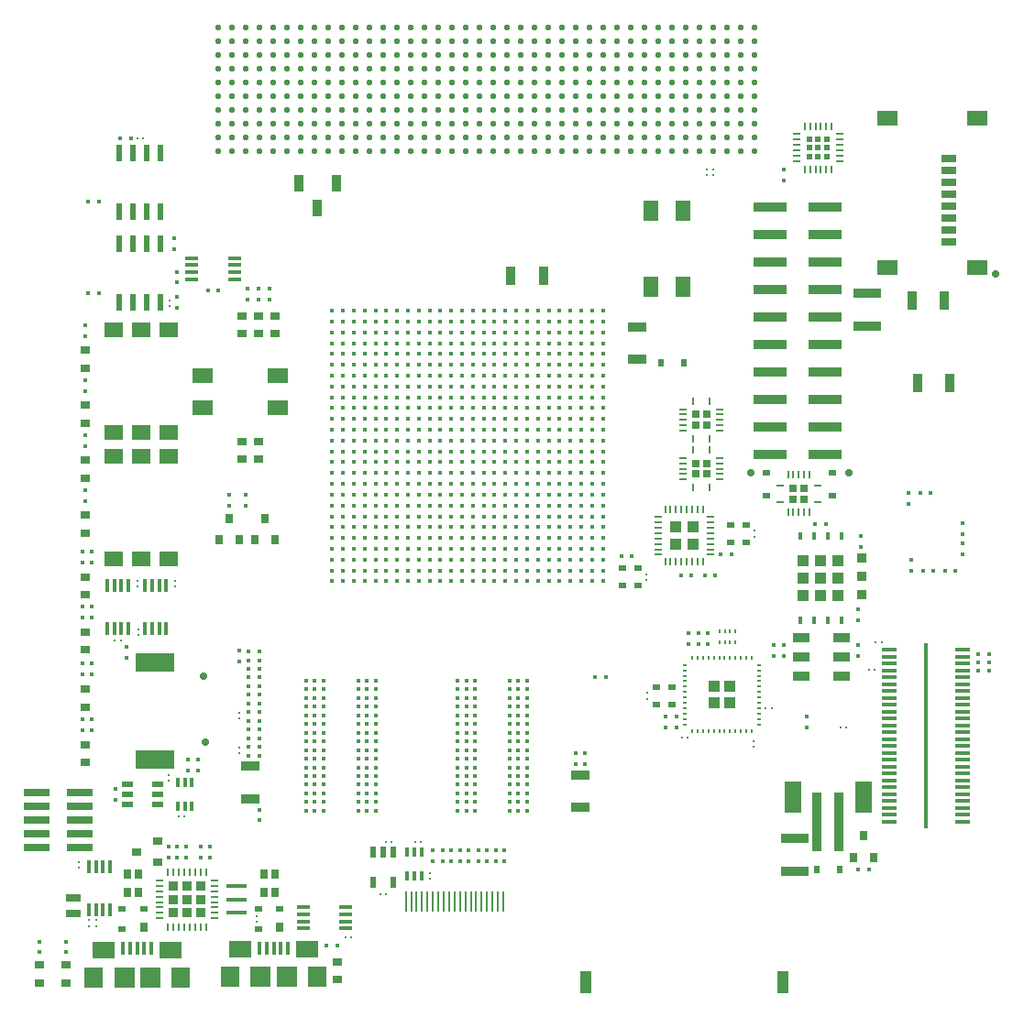
<source format=gbr>
G04 #@! TF.FileFunction,Paste,Top*
%FSLAX46Y46*%
G04 Gerber Fmt 4.6, Leading zero omitted, Abs format (unit mm)*
G04 Created by KiCad (PCBNEW 4.0.6) date Tue Jun 13 11:44:39 2017*
%MOMM*%
%LPD*%
G01*
G04 APERTURE LIST*
%ADD10C,0.101600*%
%ADD11C,0.399200*%
%ADD12R,0.199200X0.649200*%
%ADD13R,0.649200X0.199200*%
%ADD14R,1.069200X1.069200*%
%ADD15R,1.029200X2.009200*%
%ADD16R,1.749200X0.949200*%
%ADD17R,0.249200X0.229200*%
%ADD18R,0.449200X0.449200*%
%ADD19R,0.949200X1.749200*%
%ADD20R,0.229200X0.249200*%
%ADD21R,0.533400X0.635000*%
%ADD22R,0.635000X0.533400*%
%ADD23R,0.949200X0.749200*%
%ADD24R,1.346200X0.355600*%
%ADD25R,0.457200X17.221200*%
%ADD26R,0.249200X1.849200*%
%ADD27R,0.349200X1.299200*%
%ADD28R,2.049200X1.549200*%
%ADD29R,1.749200X1.849200*%
%ADD30R,1.849200X1.849200*%
%ADD31R,0.949200X5.449200*%
%ADD32R,1.549200X2.949200*%
%ADD33R,1.949200X1.399200*%
%ADD34R,1.449200X0.749200*%
%ADD35R,0.949960X0.848360*%
%ADD36R,3.549200X1.749200*%
%ADD37R,0.749200X0.949200*%
%ADD38R,0.199200X0.449200*%
%ADD39R,1.949200X1.349200*%
%ADD40R,1.349200X1.949200*%
%ADD41R,2.549200X0.949200*%
%ADD42C,0.711200*%
%ADD43R,0.736600X0.838200*%
%ADD44R,1.049200X0.549200*%
%ADD45R,0.399200X0.899200*%
%ADD46R,0.399200X1.299200*%
%ADD47R,0.549200X1.049200*%
%ADD48R,0.799200X0.219200*%
%ADD49R,0.219200X0.799200*%
%ADD50R,0.824200X0.824200*%
%ADD51R,1.299200X0.399200*%
%ADD52R,0.699200X0.909200*%
%ADD53R,0.699200X0.489200*%
%ADD54R,0.799200X0.229200*%
%ADD55R,0.229200X0.799200*%
%ADD56R,0.649200X0.649200*%
%ADD57R,1.729200X1.469200*%
%ADD58R,0.799200X0.599200*%
%ADD59R,0.549200X1.499200*%
%ADD60R,0.449200X0.749200*%
%ADD61R,1.549200X0.949200*%
%ADD62R,0.449200X0.199200*%
%ADD63R,1.000000X1.000000*%
%ADD64R,0.509200X0.509200*%
%ADD65R,1.949200X0.349200*%
%ADD66R,1.349200X0.699200*%
%ADD67C,0.584200*%
%ADD68R,0.949200X1.549200*%
%ADD69R,2.349200X0.699200*%
%ADD70R,2.349200X0.689200*%
%ADD71R,3.099200X0.949200*%
G04 APERTURE END LIST*
D10*
D11*
X63700000Y-82100000D03*
X63700000Y-81100000D03*
X63700000Y-80100000D03*
X63700000Y-79100000D03*
X63700000Y-78100000D03*
X63700000Y-77100000D03*
X63700000Y-76100000D03*
X63700000Y-75100000D03*
X63700000Y-74100000D03*
X63700000Y-73100000D03*
X63700000Y-72100000D03*
X63700000Y-71100000D03*
X63700000Y-70100000D03*
X63700000Y-69100000D03*
X63700000Y-68100000D03*
X63700000Y-67100000D03*
X63700000Y-66100000D03*
X63700000Y-65100000D03*
X63700000Y-64100000D03*
X63700000Y-63100000D03*
X63700000Y-62100000D03*
X63700000Y-61100000D03*
X63700000Y-60100000D03*
X63700000Y-59100000D03*
X63700000Y-58100000D03*
X63700000Y-57100000D03*
X64700000Y-82100000D03*
X64700000Y-81100000D03*
X64700000Y-80100000D03*
X64700000Y-79100000D03*
X64700000Y-78100000D03*
X64700000Y-77100000D03*
X64700000Y-76100000D03*
X64700000Y-75100000D03*
X64700000Y-74100000D03*
X64700000Y-73100000D03*
X64700000Y-72100000D03*
X64700000Y-71100000D03*
X64700000Y-70100000D03*
X64700000Y-69100000D03*
X64700000Y-68100000D03*
X64700000Y-67100000D03*
X64700000Y-66100000D03*
X64700000Y-65100000D03*
X64700000Y-64100000D03*
X64700000Y-63100000D03*
X64700000Y-62100000D03*
X64700000Y-61100000D03*
X64700000Y-60100000D03*
X64700000Y-59100000D03*
X64700000Y-58100000D03*
X64700000Y-57100000D03*
X65700000Y-82100000D03*
X65700000Y-81100000D03*
X65700000Y-80100000D03*
X65700000Y-79100000D03*
X65700000Y-78100000D03*
X65700000Y-77100000D03*
X65700000Y-76100000D03*
X65700000Y-75100000D03*
X65700000Y-74100000D03*
X65700000Y-73100000D03*
X65700000Y-72100000D03*
X65700000Y-71100000D03*
X65700000Y-70100000D03*
X65700000Y-69100000D03*
X65700000Y-68100000D03*
X65700000Y-67100000D03*
X65700000Y-66100000D03*
X65700000Y-65100000D03*
X65700000Y-64100000D03*
X65700000Y-63100000D03*
X65700000Y-62100000D03*
X65700000Y-61100000D03*
X65700000Y-60100000D03*
X65700000Y-59100000D03*
X65700000Y-58100000D03*
X65700000Y-57100000D03*
X66700000Y-82100000D03*
X66700000Y-81100000D03*
X66700000Y-80100000D03*
X66700000Y-79100000D03*
X66700000Y-78100000D03*
X66700000Y-77100000D03*
X66700000Y-76100000D03*
X66700000Y-75100000D03*
X66700000Y-74100000D03*
X66700000Y-73100000D03*
X66700000Y-72100000D03*
X66700000Y-71100000D03*
X66700000Y-70100000D03*
X66700000Y-69100000D03*
X66700000Y-68100000D03*
X66700000Y-67100000D03*
X66700000Y-66100000D03*
X66700000Y-65100000D03*
X66700000Y-64100000D03*
X66700000Y-63100000D03*
X66700000Y-62100000D03*
X66700000Y-61100000D03*
X66700000Y-60100000D03*
X66700000Y-59100000D03*
X66700000Y-58100000D03*
X66700000Y-57100000D03*
X67700000Y-82100000D03*
X67700000Y-81100000D03*
X67700000Y-80100000D03*
X67700000Y-79100000D03*
X67700000Y-78100000D03*
X67700000Y-77100000D03*
X67700000Y-76100000D03*
X67700000Y-75100000D03*
X67700000Y-74100000D03*
X67700000Y-73100000D03*
X67700000Y-72100000D03*
X67700000Y-71100000D03*
X67700000Y-70100000D03*
X67700000Y-69100000D03*
X67700000Y-68100000D03*
X67700000Y-67100000D03*
X67700000Y-66100000D03*
X67700000Y-65100000D03*
X67700000Y-64100000D03*
X67700000Y-63100000D03*
X67700000Y-62100000D03*
X67700000Y-61100000D03*
X67700000Y-60100000D03*
X67700000Y-59100000D03*
X67700000Y-58100000D03*
X67700000Y-57100000D03*
X68700000Y-82100000D03*
X68700000Y-81100000D03*
X68700000Y-80100000D03*
X68700000Y-79100000D03*
X68700000Y-78100000D03*
X68700000Y-77100000D03*
X68700000Y-76100000D03*
X68700000Y-75100000D03*
X68700000Y-74100000D03*
X68700000Y-73100000D03*
X68700000Y-72100000D03*
X68700000Y-71100000D03*
X68700000Y-70100000D03*
X68700000Y-69100000D03*
X68700000Y-68100000D03*
X68700000Y-67100000D03*
X68700000Y-66100000D03*
X68700000Y-65100000D03*
X68700000Y-64100000D03*
X68700000Y-63100000D03*
X68700000Y-62100000D03*
X68700000Y-61100000D03*
X68700000Y-60100000D03*
X68700000Y-59100000D03*
X68700000Y-58100000D03*
X68700000Y-57100000D03*
X69700000Y-82100000D03*
X69700000Y-81100000D03*
X69700000Y-80100000D03*
X69700000Y-79100000D03*
X69700000Y-78100000D03*
X69700000Y-77100000D03*
X69700000Y-76100000D03*
X69700000Y-75100000D03*
X69700000Y-74100000D03*
X69700000Y-73100000D03*
X69700000Y-72100000D03*
X69700000Y-71100000D03*
X69700000Y-70100000D03*
X69700000Y-69100000D03*
X69700000Y-68100000D03*
X69700000Y-67100000D03*
X69700000Y-66100000D03*
X69700000Y-65100000D03*
X69700000Y-64100000D03*
X69700000Y-63100000D03*
X69700000Y-62100000D03*
X69700000Y-61100000D03*
X69700000Y-60100000D03*
X69700000Y-59100000D03*
X69700000Y-58100000D03*
X69700000Y-57100000D03*
X70700000Y-82100000D03*
X70700000Y-81100000D03*
X70700000Y-80100000D03*
X70700000Y-79100000D03*
X70700000Y-78100000D03*
X70700000Y-77100000D03*
X70700000Y-76100000D03*
X70700000Y-75100000D03*
X70700000Y-74100000D03*
X70700000Y-73100000D03*
X70700000Y-72100000D03*
X70700000Y-71100000D03*
X70700000Y-70100000D03*
X70700000Y-69100000D03*
X70700000Y-68100000D03*
X70700000Y-67100000D03*
X70700000Y-66100000D03*
X70700000Y-65100000D03*
X70700000Y-64100000D03*
X70700000Y-63100000D03*
X70700000Y-62100000D03*
X70700000Y-61100000D03*
X70700000Y-60100000D03*
X70700000Y-59100000D03*
X70700000Y-58100000D03*
X70700000Y-57100000D03*
X71700000Y-82100000D03*
X71700000Y-81100000D03*
X71700000Y-80100000D03*
X71700000Y-79100000D03*
X71700000Y-78100000D03*
X71700000Y-77100000D03*
X71700000Y-76100000D03*
X71700000Y-75100000D03*
X71700000Y-74100000D03*
X71700000Y-73100000D03*
X71700000Y-72100000D03*
X71700000Y-71100000D03*
X71700000Y-70100000D03*
X71700000Y-69100000D03*
X71700000Y-68100000D03*
X71700000Y-67100000D03*
X71700000Y-66100000D03*
X71700000Y-65100000D03*
X71700000Y-64100000D03*
X71700000Y-63100000D03*
X71700000Y-62100000D03*
X71700000Y-61100000D03*
X71700000Y-60100000D03*
X71700000Y-59100000D03*
X71700000Y-58100000D03*
X71700000Y-57100000D03*
X72700000Y-82100000D03*
X72700000Y-81100000D03*
X72700000Y-80100000D03*
X72700000Y-79100000D03*
X72700000Y-78100000D03*
X72700000Y-77100000D03*
X72700000Y-76100000D03*
X72700000Y-75100000D03*
X72700000Y-74100000D03*
X72700000Y-73100000D03*
X72700000Y-72100000D03*
X72700000Y-71100000D03*
X72700000Y-70100000D03*
X72700000Y-69100000D03*
X72700000Y-68100000D03*
X72700000Y-67100000D03*
X72700000Y-66100000D03*
X72700000Y-65100000D03*
X72700000Y-64100000D03*
X72700000Y-63100000D03*
X72700000Y-62100000D03*
X72700000Y-61100000D03*
X72700000Y-60100000D03*
X72700000Y-59100000D03*
X72700000Y-58100000D03*
X72700000Y-57100000D03*
X73700000Y-82100000D03*
X73700000Y-81100000D03*
X73700000Y-80100000D03*
X73700000Y-79100000D03*
X73700000Y-78100000D03*
X73700000Y-77100000D03*
X73700000Y-76100000D03*
X73700000Y-75100000D03*
X73700000Y-74100000D03*
X73700000Y-73100000D03*
X73700000Y-72100000D03*
X73700000Y-71100000D03*
X73700000Y-70100000D03*
X73700000Y-69100000D03*
X73700000Y-68100000D03*
X73700000Y-67100000D03*
X73700000Y-66100000D03*
X73700000Y-65100000D03*
X73700000Y-64100000D03*
X73700000Y-63100000D03*
X73700000Y-62100000D03*
X73700000Y-61100000D03*
X73700000Y-60100000D03*
X73700000Y-59100000D03*
X73700000Y-58100000D03*
X73700000Y-57100000D03*
X74700000Y-82100000D03*
X74700000Y-81100000D03*
X74700000Y-80100000D03*
X74700000Y-79100000D03*
X74700000Y-78100000D03*
X74700000Y-77100000D03*
X74700000Y-76100000D03*
X74700000Y-75100000D03*
X74700000Y-74100000D03*
X74700000Y-73100000D03*
X74700000Y-72100000D03*
X74700000Y-71100000D03*
X74700000Y-70100000D03*
X74700000Y-69100000D03*
X74700000Y-68100000D03*
X74700000Y-67100000D03*
X74700000Y-66100000D03*
X74700000Y-65100000D03*
X74700000Y-64100000D03*
X74700000Y-63100000D03*
X74700000Y-62100000D03*
X74700000Y-61100000D03*
X74700000Y-60100000D03*
X74700000Y-59100000D03*
X74700000Y-58100000D03*
X74700000Y-57100000D03*
X75700000Y-82100000D03*
X75700000Y-81100000D03*
X75700000Y-80100000D03*
X75700000Y-79100000D03*
X75700000Y-78100000D03*
X75700000Y-77100000D03*
X75700000Y-76100000D03*
X75700000Y-75100000D03*
X75700000Y-74100000D03*
X75700000Y-73100000D03*
X75700000Y-72100000D03*
X75700000Y-71100000D03*
X75700000Y-70100000D03*
X75700000Y-69100000D03*
X75700000Y-68100000D03*
X75700000Y-67100000D03*
X75700000Y-66100000D03*
X75700000Y-65100000D03*
X75700000Y-64100000D03*
X75700000Y-63100000D03*
X75700000Y-62100000D03*
X75700000Y-61100000D03*
X75700000Y-60100000D03*
X75700000Y-59100000D03*
X75700000Y-58100000D03*
X75700000Y-57100000D03*
X76700000Y-82100000D03*
X76700000Y-81100000D03*
X76700000Y-80100000D03*
X76700000Y-79100000D03*
X76700000Y-78100000D03*
X76700000Y-77100000D03*
X76700000Y-76100000D03*
X76700000Y-75100000D03*
X76700000Y-74100000D03*
X76700000Y-73100000D03*
X76700000Y-72100000D03*
X76700000Y-71100000D03*
X76700000Y-70100000D03*
X76700000Y-69100000D03*
X76700000Y-68100000D03*
X76700000Y-67100000D03*
X76700000Y-66100000D03*
X76700000Y-65100000D03*
X76700000Y-64100000D03*
X76700000Y-63100000D03*
X76700000Y-62100000D03*
X76700000Y-61100000D03*
X76700000Y-60100000D03*
X76700000Y-59100000D03*
X76700000Y-58100000D03*
X76700000Y-57100000D03*
X77700000Y-82100000D03*
X77700000Y-81100000D03*
X77700000Y-80100000D03*
X77700000Y-79100000D03*
X77700000Y-78100000D03*
X77700000Y-77100000D03*
X77700000Y-76100000D03*
X77700000Y-75100000D03*
X77700000Y-74100000D03*
X77700000Y-73100000D03*
X77700000Y-72100000D03*
X77700000Y-71100000D03*
X77700000Y-70100000D03*
X77700000Y-69100000D03*
X77700000Y-68100000D03*
X77700000Y-67100000D03*
X77700000Y-66100000D03*
X77700000Y-65100000D03*
X77700000Y-64100000D03*
X77700000Y-63100000D03*
X77700000Y-62100000D03*
X77700000Y-61100000D03*
X77700000Y-60100000D03*
X77700000Y-59100000D03*
X77700000Y-58100000D03*
X77700000Y-57100000D03*
X78700000Y-82100000D03*
X78700000Y-81100000D03*
X78700000Y-80100000D03*
X78700000Y-79100000D03*
X78700000Y-78100000D03*
X78700000Y-77100000D03*
X78700000Y-76100000D03*
X78700000Y-75100000D03*
X78700000Y-74100000D03*
X78700000Y-73100000D03*
X78700000Y-72100000D03*
X78700000Y-71100000D03*
X78700000Y-70100000D03*
X78700000Y-69100000D03*
X78700000Y-68100000D03*
X78700000Y-67100000D03*
X78700000Y-66100000D03*
X78700000Y-65100000D03*
X78700000Y-64100000D03*
X78700000Y-63100000D03*
X78700000Y-62100000D03*
X78700000Y-61100000D03*
X78700000Y-60100000D03*
X78700000Y-59100000D03*
X78700000Y-58100000D03*
X78700000Y-57100000D03*
X79700000Y-82100000D03*
X79700000Y-81100000D03*
X79700000Y-80100000D03*
X79700000Y-79100000D03*
X79700000Y-78100000D03*
X79700000Y-77100000D03*
X79700000Y-76100000D03*
X79700000Y-75100000D03*
X79700000Y-74100000D03*
X79700000Y-73100000D03*
X79700000Y-72100000D03*
X79700000Y-71100000D03*
X79700000Y-70100000D03*
X79700000Y-69100000D03*
X79700000Y-68100000D03*
X79700000Y-67100000D03*
X79700000Y-66100000D03*
X79700000Y-65100000D03*
X79700000Y-64100000D03*
X79700000Y-63100000D03*
X79700000Y-62100000D03*
X79700000Y-61100000D03*
X79700000Y-60100000D03*
X79700000Y-59100000D03*
X79700000Y-58100000D03*
X79700000Y-57100000D03*
X80700000Y-82100000D03*
X80700000Y-81100000D03*
X80700000Y-80100000D03*
X80700000Y-79100000D03*
X80700000Y-78100000D03*
X80700000Y-77100000D03*
X80700000Y-76100000D03*
X80700000Y-75100000D03*
X80700000Y-74100000D03*
X80700000Y-73100000D03*
X80700000Y-72100000D03*
X80700000Y-71100000D03*
X80700000Y-70100000D03*
X80700000Y-69100000D03*
X80700000Y-68100000D03*
X80700000Y-67100000D03*
X80700000Y-66100000D03*
X80700000Y-65100000D03*
X80700000Y-64100000D03*
X80700000Y-63100000D03*
X80700000Y-62100000D03*
X80700000Y-61100000D03*
X80700000Y-60100000D03*
X80700000Y-59100000D03*
X80700000Y-58100000D03*
X80700000Y-57100000D03*
X81700000Y-82100000D03*
X81700000Y-81100000D03*
X81700000Y-80100000D03*
X81700000Y-79100000D03*
X81700000Y-78100000D03*
X81700000Y-77100000D03*
X81700000Y-76100000D03*
X81700000Y-75100000D03*
X81700000Y-74100000D03*
X81700000Y-73100000D03*
X81700000Y-72100000D03*
X81700000Y-71100000D03*
X81700000Y-70100000D03*
X81700000Y-69100000D03*
X81700000Y-68100000D03*
X81700000Y-67100000D03*
X81700000Y-66100000D03*
X81700000Y-65100000D03*
X81700000Y-64100000D03*
X81700000Y-63100000D03*
X81700000Y-62100000D03*
X81700000Y-61100000D03*
X81700000Y-60100000D03*
X81700000Y-59100000D03*
X81700000Y-58100000D03*
X81700000Y-57100000D03*
X82700000Y-82100000D03*
X82700000Y-81100000D03*
X82700000Y-80100000D03*
X82700000Y-79100000D03*
X82700000Y-78100000D03*
X82700000Y-77100000D03*
X82700000Y-76100000D03*
X82700000Y-75100000D03*
X82700000Y-74100000D03*
X82700000Y-73100000D03*
X82700000Y-72100000D03*
X82700000Y-71100000D03*
X82700000Y-70100000D03*
X82700000Y-69100000D03*
X82700000Y-68100000D03*
X82700000Y-67100000D03*
X82700000Y-66100000D03*
X82700000Y-65100000D03*
X82700000Y-64100000D03*
X82700000Y-63100000D03*
X82700000Y-62100000D03*
X82700000Y-61100000D03*
X82700000Y-60100000D03*
X82700000Y-59100000D03*
X82700000Y-58100000D03*
X82700000Y-57100000D03*
X83700000Y-82100000D03*
X83700000Y-81100000D03*
X83700000Y-80100000D03*
X83700000Y-79100000D03*
X83700000Y-78100000D03*
X83700000Y-77100000D03*
X83700000Y-76100000D03*
X83700000Y-75100000D03*
X83700000Y-74100000D03*
X83700000Y-73100000D03*
X83700000Y-72100000D03*
X83700000Y-71100000D03*
X83700000Y-70100000D03*
X83700000Y-69100000D03*
X83700000Y-68100000D03*
X83700000Y-67100000D03*
X83700000Y-66100000D03*
X83700000Y-65100000D03*
X83700000Y-64100000D03*
X83700000Y-63100000D03*
X83700000Y-62100000D03*
X83700000Y-61100000D03*
X83700000Y-60100000D03*
X83700000Y-59100000D03*
X83700000Y-58100000D03*
X83700000Y-57100000D03*
X84700000Y-82100000D03*
X84700000Y-81100000D03*
X84700000Y-80100000D03*
X84700000Y-79100000D03*
X84700000Y-78100000D03*
X84700000Y-77100000D03*
X84700000Y-76100000D03*
X84700000Y-75100000D03*
X84700000Y-74100000D03*
X84700000Y-73100000D03*
X84700000Y-72100000D03*
X84700000Y-71100000D03*
X84700000Y-70100000D03*
X84700000Y-69100000D03*
X84700000Y-68100000D03*
X84700000Y-67100000D03*
X84700000Y-66100000D03*
X84700000Y-65100000D03*
X84700000Y-64100000D03*
X84700000Y-63100000D03*
X84700000Y-62100000D03*
X84700000Y-61100000D03*
X84700000Y-60100000D03*
X84700000Y-59100000D03*
X84700000Y-58100000D03*
X84700000Y-57100000D03*
X85700000Y-82100000D03*
X85700000Y-81100000D03*
X85700000Y-80100000D03*
X85700000Y-79100000D03*
X85700000Y-78100000D03*
X85700000Y-77100000D03*
X85700000Y-76100000D03*
X85700000Y-75100000D03*
X85700000Y-74100000D03*
X85700000Y-73100000D03*
X85700000Y-72100000D03*
X85700000Y-71100000D03*
X85700000Y-70100000D03*
X85700000Y-69100000D03*
X85700000Y-68100000D03*
X85700000Y-67100000D03*
X85700000Y-66100000D03*
X85700000Y-65100000D03*
X85700000Y-64100000D03*
X85700000Y-63100000D03*
X85700000Y-62100000D03*
X85700000Y-61100000D03*
X85700000Y-60100000D03*
X85700000Y-59100000D03*
X85700000Y-58100000D03*
X85700000Y-57100000D03*
X86700000Y-82100000D03*
X86700000Y-81100000D03*
X86700000Y-80100000D03*
X86700000Y-79100000D03*
X86700000Y-78100000D03*
X86700000Y-77100000D03*
X86700000Y-76100000D03*
X86700000Y-75100000D03*
X86700000Y-74100000D03*
X86700000Y-73100000D03*
X86700000Y-72100000D03*
X86700000Y-71100000D03*
X86700000Y-70100000D03*
X86700000Y-69100000D03*
X86700000Y-68100000D03*
X86700000Y-67100000D03*
X86700000Y-66100000D03*
X86700000Y-65100000D03*
X86700000Y-64100000D03*
X86700000Y-63100000D03*
X86700000Y-62100000D03*
X86700000Y-61100000D03*
X86700000Y-60100000D03*
X86700000Y-59100000D03*
X86700000Y-58100000D03*
X86700000Y-57100000D03*
X87700000Y-82100000D03*
X87700000Y-81100000D03*
X87700000Y-80100000D03*
X87700000Y-79100000D03*
X87700000Y-78100000D03*
X87700000Y-77100000D03*
X87700000Y-76100000D03*
X87700000Y-75100000D03*
X87700000Y-74100000D03*
X87700000Y-73100000D03*
X87700000Y-72100000D03*
X87700000Y-71100000D03*
X87700000Y-70100000D03*
X87700000Y-69100000D03*
X87700000Y-68100000D03*
X87700000Y-67100000D03*
X87700000Y-66100000D03*
X87700000Y-65100000D03*
X87700000Y-64100000D03*
X87700000Y-63100000D03*
X87700000Y-62100000D03*
X87700000Y-61100000D03*
X87700000Y-60100000D03*
X87700000Y-59100000D03*
X87700000Y-58100000D03*
X87700000Y-57100000D03*
X88700000Y-82100000D03*
X88700000Y-81100000D03*
X88700000Y-80100000D03*
X88700000Y-79100000D03*
X88700000Y-78100000D03*
X88700000Y-77100000D03*
X88700000Y-76100000D03*
X88700000Y-75100000D03*
X88700000Y-74100000D03*
X88700000Y-73100000D03*
X88700000Y-72100000D03*
X88700000Y-71100000D03*
X88700000Y-70100000D03*
X88700000Y-69100000D03*
X88700000Y-68100000D03*
X88700000Y-67100000D03*
X88700000Y-66100000D03*
X88700000Y-65100000D03*
X88700000Y-64100000D03*
X88700000Y-63100000D03*
X88700000Y-62100000D03*
X88700000Y-61100000D03*
X88700000Y-60100000D03*
X88700000Y-59100000D03*
X88700000Y-58100000D03*
X88700000Y-57100000D03*
X61300000Y-91300000D03*
X62100000Y-91300000D03*
X62900000Y-91300000D03*
X66100000Y-91300000D03*
X66900000Y-91300000D03*
X67700000Y-91300000D03*
X61300000Y-92100000D03*
X62100000Y-92100000D03*
X62900000Y-92100000D03*
X66100000Y-92100000D03*
X66900000Y-92100000D03*
X67700000Y-92100000D03*
X61300000Y-92900000D03*
X62100000Y-92900000D03*
X62900000Y-92900000D03*
X66100000Y-92900000D03*
X66900000Y-92900000D03*
X67700000Y-92900000D03*
X61300000Y-93700000D03*
X62100000Y-93700000D03*
X62900000Y-93700000D03*
X66100000Y-93700000D03*
X66900000Y-93700000D03*
X67700000Y-93700000D03*
X61300000Y-94500000D03*
X62100000Y-94500000D03*
X62900000Y-94500000D03*
X66100000Y-94500000D03*
X66900000Y-94500000D03*
X67700000Y-94500000D03*
X61300000Y-95300000D03*
X62100000Y-95300000D03*
X62900000Y-95300000D03*
X66100000Y-95300000D03*
X66900000Y-95300000D03*
X67700000Y-95300000D03*
X61300000Y-96100000D03*
X62100000Y-96100000D03*
X62900000Y-96100000D03*
X66100000Y-96100000D03*
X66900000Y-96100000D03*
X67700000Y-96100000D03*
X61300000Y-96900000D03*
X62100000Y-96900000D03*
X62900000Y-96900000D03*
X66100000Y-96900000D03*
X66900000Y-96900000D03*
X67700000Y-96900000D03*
X61300000Y-97700000D03*
X62100000Y-97700000D03*
X62900000Y-97700000D03*
X66100000Y-97700000D03*
X66900000Y-97700000D03*
X67700000Y-97700000D03*
X61300000Y-98500000D03*
X62100000Y-98500000D03*
X62900000Y-98500000D03*
X66100000Y-98500000D03*
X66900000Y-98500000D03*
X67700000Y-98500000D03*
X61300000Y-99300000D03*
X62100000Y-99300000D03*
X62900000Y-99300000D03*
X66100000Y-99300000D03*
X66900000Y-99300000D03*
X67700000Y-99300000D03*
X61300000Y-100100000D03*
X62100000Y-100100000D03*
X62900000Y-100100000D03*
X66100000Y-100100000D03*
X66900000Y-100100000D03*
X67700000Y-100100000D03*
X61300000Y-100900000D03*
X62100000Y-100900000D03*
X62900000Y-100900000D03*
X66100000Y-100900000D03*
X66900000Y-100900000D03*
X67700000Y-100900000D03*
X61300000Y-101700000D03*
X62100000Y-101700000D03*
X62900000Y-101700000D03*
X66100000Y-101700000D03*
X66900000Y-101700000D03*
X67700000Y-101700000D03*
X61300000Y-102500000D03*
X62100000Y-102500000D03*
X62900000Y-102500000D03*
X66100000Y-102500000D03*
X66900000Y-102500000D03*
X67700000Y-102500000D03*
X61300000Y-103300000D03*
X62100000Y-103300000D03*
X62900000Y-103300000D03*
X66100000Y-103300000D03*
X66900000Y-103300000D03*
X67700000Y-103300000D03*
X75300000Y-91300000D03*
X76100000Y-91300000D03*
X76900000Y-91300000D03*
X80100000Y-91300000D03*
X80900000Y-91300000D03*
X81700000Y-91300000D03*
X75300000Y-92100000D03*
X76100000Y-92100000D03*
X76900000Y-92100000D03*
X80100000Y-92100000D03*
X80900000Y-92100000D03*
X81700000Y-92100000D03*
X75300000Y-92900000D03*
X76100000Y-92900000D03*
X76900000Y-92900000D03*
X80100000Y-92900000D03*
X80900000Y-92900000D03*
X81700000Y-92900000D03*
X75300000Y-93700000D03*
X76100000Y-93700000D03*
X76900000Y-93700000D03*
X80100000Y-93700000D03*
X80900000Y-93700000D03*
X81700000Y-93700000D03*
X75300000Y-94500000D03*
X76100000Y-94500000D03*
X76900000Y-94500000D03*
X80100000Y-94500000D03*
X80900000Y-94500000D03*
X81700000Y-94500000D03*
X75300000Y-95300000D03*
X76100000Y-95300000D03*
X76900000Y-95300000D03*
X80100000Y-95300000D03*
X80900000Y-95300000D03*
X81700000Y-95300000D03*
X75300000Y-96100000D03*
X76100000Y-96100000D03*
X76900000Y-96100000D03*
X80100000Y-96100000D03*
X80900000Y-96100000D03*
X81700000Y-96100000D03*
X75300000Y-96900000D03*
X76100000Y-96900000D03*
X76900000Y-96900000D03*
X80100000Y-96900000D03*
X80900000Y-96900000D03*
X81700000Y-96900000D03*
X75300000Y-97700000D03*
X76100000Y-97700000D03*
X76900000Y-97700000D03*
X80100000Y-97700000D03*
X80900000Y-97700000D03*
X81700000Y-97700000D03*
X75300000Y-98500000D03*
X76100000Y-98500000D03*
X76900000Y-98500000D03*
X80100000Y-98500000D03*
X80900000Y-98500000D03*
X81700000Y-98500000D03*
X75300000Y-99300000D03*
X76100000Y-99300000D03*
X76900000Y-99300000D03*
X80100000Y-99300000D03*
X80900000Y-99300000D03*
X81700000Y-99300000D03*
X75300000Y-100100000D03*
X76100000Y-100100000D03*
X76900000Y-100100000D03*
X80100000Y-100100000D03*
X80900000Y-100100000D03*
X81700000Y-100100000D03*
X75300000Y-100900000D03*
X76100000Y-100900000D03*
X76900000Y-100900000D03*
X80100000Y-100900000D03*
X80900000Y-100900000D03*
X81700000Y-100900000D03*
X75300000Y-101700000D03*
X76100000Y-101700000D03*
X76900000Y-101700000D03*
X80100000Y-101700000D03*
X80900000Y-101700000D03*
X81700000Y-101700000D03*
X75300000Y-102500000D03*
X76100000Y-102500000D03*
X76900000Y-102500000D03*
X80100000Y-102500000D03*
X80900000Y-102500000D03*
X81700000Y-102500000D03*
X75300000Y-103300000D03*
X76100000Y-103300000D03*
X76900000Y-103300000D03*
X80100000Y-103300000D03*
X80900000Y-103300000D03*
X81700000Y-103300000D03*
D12*
X97950000Y-75500000D03*
X97450000Y-75500000D03*
X96950000Y-75500000D03*
X96450000Y-75500000D03*
X95950000Y-75500000D03*
X95450000Y-75500000D03*
X94950000Y-75500000D03*
X94450000Y-75500000D03*
D13*
X93800000Y-76150000D03*
X93800000Y-76650000D03*
X93800000Y-77150000D03*
X93800000Y-77650000D03*
X93800000Y-78150000D03*
X93800000Y-78650000D03*
X93800000Y-79150000D03*
X93800000Y-79650000D03*
D12*
X94450000Y-80300000D03*
X94950000Y-80300000D03*
X95450000Y-80300000D03*
X95950000Y-80300000D03*
X96450000Y-80300000D03*
X96950000Y-80300000D03*
X97450000Y-80300000D03*
X97950000Y-80300000D03*
D13*
X98600000Y-79650000D03*
X98600000Y-79150000D03*
X98600000Y-78650000D03*
X98600000Y-78150000D03*
X98600000Y-77650000D03*
X98600000Y-77150000D03*
X98600000Y-76650000D03*
X98600000Y-76150000D03*
D14*
X95400000Y-78700000D03*
X97000000Y-78700000D03*
X95400000Y-77100000D03*
X97000000Y-77100000D03*
D15*
X87158000Y-119126000D03*
X105308000Y-119126000D03*
D16*
X86600000Y-103000000D03*
X86600000Y-100000000D03*
X56100000Y-102200000D03*
X56100000Y-99200000D03*
D17*
X55100000Y-94765000D03*
X55100000Y-94235000D03*
X55100000Y-97435000D03*
X55100000Y-97965000D03*
D18*
X121920000Y-76716000D03*
X121920000Y-77716000D03*
X116967000Y-74922000D03*
X116967000Y-73922000D03*
D19*
X117753000Y-63754000D03*
X120753000Y-63754000D03*
D17*
X48600000Y-100565000D03*
X48600000Y-100035000D03*
D20*
X49535000Y-103800000D03*
X50065000Y-103800000D03*
X110635000Y-95631000D03*
X111165000Y-95631000D03*
D17*
X41200000Y-113965000D03*
X41200000Y-113435000D03*
X41900000Y-113965000D03*
X41900000Y-113435000D03*
D20*
X71865000Y-106200000D03*
X71335000Y-106200000D03*
D17*
X72700000Y-109035000D03*
X72700000Y-109565000D03*
D18*
X49400000Y-55800000D03*
X49400000Y-56800000D03*
X44100000Y-41200000D03*
X45100000Y-41200000D03*
X53200000Y-55200000D03*
X52200000Y-55200000D03*
D17*
X45800000Y-87065000D03*
X45800000Y-86535000D03*
X49200000Y-82565000D03*
X49200000Y-82035000D03*
D20*
X44165000Y-87600000D03*
X43635000Y-87600000D03*
D17*
X45700000Y-82565000D03*
X45700000Y-82035000D03*
X92700000Y-81435000D03*
X92700000Y-81965000D03*
D18*
X112300000Y-84700000D03*
X112300000Y-85700000D03*
D19*
X80200000Y-53900000D03*
X83200000Y-53900000D03*
D16*
X91900000Y-58600000D03*
X91900000Y-61600000D03*
D17*
X102700000Y-77965000D03*
X102700000Y-77435000D03*
D20*
X103748000Y-93853000D03*
X104278000Y-93853000D03*
X96531000Y-96520000D03*
X96001000Y-96520000D03*
D17*
X102616000Y-96890000D03*
X102616000Y-97420000D03*
X92800000Y-92435000D03*
X92800000Y-92965000D03*
X98298000Y-44058000D03*
X98298000Y-44588000D03*
X98933000Y-44058000D03*
X98933000Y-44588000D03*
D21*
X110555000Y-108700000D03*
X108445000Y-108700000D03*
D22*
X103800000Y-74155000D03*
X103800000Y-72045000D03*
X109900000Y-74155000D03*
X109900000Y-72045000D03*
D21*
X94045000Y-61900000D03*
X96155000Y-61900000D03*
D23*
X56900000Y-59225000D03*
X56900000Y-57575000D03*
X55400000Y-57575000D03*
X55400000Y-59225000D03*
X58400000Y-59225000D03*
X58400000Y-57575000D03*
X36700000Y-117575000D03*
X36700000Y-119225000D03*
X39100000Y-117575000D03*
X39100000Y-119225000D03*
X40894000Y-83375000D03*
X40894000Y-81725000D03*
X40894000Y-88455000D03*
X40894000Y-86805000D03*
X40894000Y-93726000D03*
X40894000Y-92076000D03*
X40894000Y-98869000D03*
X40894000Y-97219000D03*
X64200000Y-118925000D03*
X64200000Y-117275000D03*
X55400000Y-69175000D03*
X55400000Y-70825000D03*
X56900000Y-69175000D03*
X56900000Y-70825000D03*
D24*
X115154500Y-104293000D03*
X115154500Y-103658000D03*
X115154500Y-103023000D03*
X115154500Y-102388000D03*
X115154500Y-101753000D03*
X115154500Y-101118000D03*
X115154500Y-100483000D03*
X115154500Y-99848000D03*
X115154500Y-99213000D03*
X115154500Y-98578000D03*
X115154500Y-97943000D03*
X115154500Y-97308000D03*
X115154500Y-96673000D03*
X115154500Y-96038000D03*
X115154500Y-95403000D03*
X115154500Y-94768000D03*
X115154500Y-94133000D03*
X115154500Y-93498000D03*
X115154500Y-92863000D03*
X115154500Y-92228000D03*
X115154500Y-91593000D03*
X115154500Y-90958000D03*
X115154500Y-90323000D03*
X115154500Y-89688000D03*
X115154500Y-89053000D03*
X115154500Y-88418000D03*
X121885500Y-103658000D03*
X121885500Y-101753000D03*
X121885500Y-103023000D03*
X121885500Y-104293000D03*
X121885500Y-102388000D03*
X121885500Y-90323000D03*
X121885500Y-90958000D03*
X121885500Y-89053000D03*
X121885500Y-88418000D03*
X121885500Y-89688000D03*
X121885500Y-98578000D03*
X121885500Y-97943000D03*
X121885500Y-100483000D03*
X121885500Y-99848000D03*
X121885500Y-101118000D03*
X121885500Y-99213000D03*
X121885500Y-96038000D03*
X121885500Y-97308000D03*
X121885500Y-94768000D03*
X121885500Y-95403000D03*
X121885500Y-96673000D03*
X121885500Y-94133000D03*
X121885500Y-92228000D03*
X121885500Y-93498000D03*
X121885500Y-92863000D03*
X121885500Y-91593000D03*
D25*
X118520000Y-96355500D03*
D26*
X70500000Y-111700000D03*
X79500000Y-111700000D03*
X71000000Y-111700000D03*
X71500000Y-111700000D03*
X72000000Y-111700000D03*
X72500000Y-111700000D03*
X73000000Y-111700000D03*
X73500000Y-111700000D03*
X74000000Y-111700000D03*
X74500000Y-111700000D03*
X75000000Y-111700000D03*
X75500000Y-111700000D03*
X76000000Y-111700000D03*
X76500000Y-111700000D03*
X77000000Y-111700000D03*
X77500000Y-111700000D03*
X78000000Y-111700000D03*
X78500000Y-111700000D03*
X79000000Y-111700000D03*
D27*
X45700000Y-116025000D03*
X45050000Y-116025000D03*
X46350000Y-116025000D03*
X44400000Y-116025000D03*
X47000000Y-116025000D03*
D28*
X42600000Y-116150000D03*
X48800000Y-116150000D03*
D29*
X41700000Y-118700000D03*
X49700000Y-118700000D03*
D30*
X44500000Y-118700000D03*
X46900000Y-118700000D03*
D31*
X110500000Y-104300000D03*
X108500000Y-104300000D03*
D32*
X106250000Y-102050000D03*
X112750000Y-102050000D03*
D27*
X58300000Y-116000000D03*
X57650000Y-116000000D03*
X58950000Y-116000000D03*
X57000000Y-116000000D03*
X59600000Y-116000000D03*
D28*
X55200000Y-116125000D03*
X61400000Y-116125000D03*
D29*
X54300000Y-118675000D03*
X62300000Y-118675000D03*
D30*
X57100000Y-118675000D03*
X59500000Y-118675000D03*
D33*
X123276000Y-53128000D03*
X123276000Y-39328000D03*
X114976000Y-53128000D03*
X114976000Y-39328000D03*
D34*
X120676000Y-50728000D03*
X120676000Y-49628000D03*
X120676000Y-48528000D03*
X120676000Y-47428000D03*
X120676000Y-46328000D03*
X120676000Y-45228000D03*
X120676000Y-44128000D03*
X120676000Y-43028000D03*
D35*
X112649000Y-81661000D03*
X112649000Y-79961000D03*
X112649000Y-83361000D03*
D36*
X47300000Y-98600000D03*
X47300000Y-89600000D03*
D23*
X47600000Y-108050000D03*
X45600000Y-107100000D03*
X47600000Y-106150000D03*
D37*
X111850000Y-107600000D03*
X112800000Y-105600000D03*
X113750000Y-107600000D03*
X53250000Y-78300000D03*
X54200000Y-76300000D03*
X55150000Y-78300000D03*
X56550000Y-78300000D03*
X57500000Y-76300000D03*
X58450000Y-78300000D03*
D18*
X56000000Y-94200000D03*
X57000000Y-94200000D03*
X56000000Y-91800000D03*
X57000000Y-91800000D03*
X56000000Y-92600000D03*
X57000000Y-92600000D03*
X56000000Y-90200000D03*
X57000000Y-90200000D03*
X56000000Y-88600000D03*
X57000000Y-88600000D03*
X56000000Y-91000000D03*
X57000000Y-91000000D03*
X56000000Y-95000000D03*
X57000000Y-95000000D03*
X56000000Y-89400000D03*
X57000000Y-89400000D03*
X56000000Y-95800000D03*
X57000000Y-95800000D03*
X56000000Y-93400000D03*
X57000000Y-93400000D03*
X56000000Y-96600000D03*
X57000000Y-96600000D03*
X56000000Y-97400000D03*
X57000000Y-97400000D03*
X56000000Y-98200000D03*
X57000000Y-98200000D03*
X89000000Y-91000000D03*
X88000000Y-91000000D03*
X117221000Y-80145000D03*
X117221000Y-81145000D03*
X121277000Y-81153000D03*
X120277000Y-81153000D03*
X121920000Y-79621000D03*
X121920000Y-78621000D03*
X118245000Y-81153000D03*
X119245000Y-81153000D03*
X117991000Y-73914000D03*
X118991000Y-73914000D03*
X50400000Y-98600000D03*
X50400000Y-99600000D03*
X51300000Y-98600000D03*
X51300000Y-99600000D03*
X124400000Y-90400000D03*
X123400000Y-90400000D03*
X107495000Y-95631000D03*
X107495000Y-94631000D03*
X79600000Y-107000000D03*
X79600000Y-108000000D03*
X78800000Y-107000000D03*
X78800000Y-108000000D03*
X78000000Y-107000000D03*
X78000000Y-108000000D03*
X77200000Y-107000000D03*
X77200000Y-108000000D03*
X76300000Y-107000000D03*
X76300000Y-108000000D03*
X75500000Y-107000000D03*
X75500000Y-108000000D03*
X74700000Y-107000000D03*
X74700000Y-108000000D03*
X73900000Y-107000000D03*
X73900000Y-108000000D03*
X73000000Y-108000000D03*
X73000000Y-107000000D03*
X48600000Y-107600000D03*
X48600000Y-106600000D03*
X50200000Y-106600000D03*
X50200000Y-107600000D03*
X49400000Y-106600000D03*
X49400000Y-107600000D03*
X49400000Y-53500000D03*
X49400000Y-54500000D03*
X56900000Y-56100000D03*
X56900000Y-55100000D03*
X55900000Y-56100000D03*
X55900000Y-55100000D03*
X57900000Y-56100000D03*
X57900000Y-55100000D03*
X36700000Y-116400000D03*
X36700000Y-115400000D03*
X39100000Y-116400000D03*
X39100000Y-115400000D03*
X112300000Y-108700000D03*
X113300000Y-108700000D03*
X40640000Y-80383000D03*
X40640000Y-79383000D03*
X40640000Y-85463000D03*
X40640000Y-84463000D03*
X40640000Y-90670000D03*
X40640000Y-89670000D03*
X40640000Y-95877000D03*
X40640000Y-94877000D03*
X41529000Y-79375000D03*
X41529000Y-80375000D03*
X41529000Y-84463000D03*
X41529000Y-85463000D03*
X41529000Y-89670000D03*
X41529000Y-90670000D03*
X41529000Y-94877000D03*
X41529000Y-95877000D03*
X40894000Y-59436000D03*
X40894000Y-58436000D03*
X40894000Y-64508000D03*
X40894000Y-63508000D03*
X40894000Y-69588000D03*
X40894000Y-68588000D03*
X40894000Y-74668000D03*
X40894000Y-73668000D03*
X91400000Y-79800000D03*
X90400000Y-79800000D03*
X52400000Y-107600000D03*
X52400000Y-106600000D03*
X51600000Y-107600000D03*
X51600000Y-106600000D03*
X124400000Y-88800000D03*
X123400000Y-88800000D03*
X124400000Y-89600000D03*
X123400000Y-89600000D03*
X105400000Y-88000000D03*
X105400000Y-89000000D03*
X109300000Y-76800000D03*
X108300000Y-76800000D03*
X49149000Y-50427000D03*
X49149000Y-51427000D03*
X104500000Y-89000000D03*
X104500000Y-88000000D03*
X42156000Y-46990000D03*
X41156000Y-46990000D03*
X41156000Y-55499000D03*
X42156000Y-55499000D03*
X112300000Y-88000000D03*
X112300000Y-89000000D03*
X112500000Y-78900000D03*
X112500000Y-77900000D03*
X105410000Y-44077000D03*
X105410000Y-45077000D03*
X63200000Y-115800000D03*
X64200000Y-115800000D03*
X96900000Y-81600000D03*
X95900000Y-81600000D03*
X98100000Y-81600000D03*
X99100000Y-81600000D03*
X99600000Y-79600000D03*
X100600000Y-79600000D03*
X96647000Y-86876000D03*
X96647000Y-87876000D03*
X97536000Y-86876000D03*
X97536000Y-87876000D03*
X98425000Y-86876000D03*
X98425000Y-87876000D03*
X95496000Y-94615000D03*
X94496000Y-94615000D03*
X94496000Y-95631000D03*
X95496000Y-95631000D03*
X54200000Y-75100000D03*
X54200000Y-74100000D03*
X55700000Y-74100000D03*
X55700000Y-75100000D03*
D38*
X100953000Y-87749000D03*
X100453000Y-87749000D03*
X99953000Y-87749000D03*
X99453000Y-87749000D03*
X100953000Y-86749000D03*
X100453000Y-86749000D03*
X99953000Y-86749000D03*
X99453000Y-86749000D03*
D39*
X51700000Y-63100000D03*
X51700000Y-66100000D03*
X58700000Y-63100000D03*
X58700000Y-66100000D03*
D40*
X93100000Y-54900000D03*
X96100000Y-54900000D03*
X93100000Y-47900000D03*
X96100000Y-47900000D03*
D41*
X106400000Y-105900000D03*
X106400000Y-108900000D03*
X113100000Y-58500000D03*
X113100000Y-55500000D03*
D42*
X125000000Y-53700000D03*
X111400000Y-72100000D03*
X102400000Y-72100000D03*
X51800000Y-90900000D03*
X52000000Y-97000000D03*
D43*
X45833400Y-110850900D03*
X44766600Y-110850900D03*
X45833400Y-109149100D03*
X44766600Y-109149100D03*
X58433400Y-110850900D03*
X57366600Y-110850900D03*
X58433400Y-109149100D03*
X57366600Y-109149100D03*
D44*
X44800000Y-100850000D03*
X44800000Y-102750000D03*
X44800000Y-101800000D03*
X47600000Y-102750000D03*
X47600000Y-100850000D03*
X47600000Y-101800000D03*
D45*
X49450000Y-102900000D03*
X50100000Y-102900000D03*
X50750000Y-102900000D03*
X50750000Y-100700000D03*
X49450000Y-100700000D03*
X50100000Y-100700000D03*
D46*
X41225000Y-108525000D03*
X41875000Y-108525000D03*
X42525000Y-108525000D03*
X43175000Y-108525000D03*
X41225000Y-112475000D03*
X41875000Y-112475000D03*
X42525000Y-112475000D03*
X43175000Y-112475000D03*
D45*
X71950000Y-107100000D03*
X71300000Y-107100000D03*
X70650000Y-107100000D03*
X70650000Y-109300000D03*
X71950000Y-109300000D03*
X71300000Y-109300000D03*
D47*
X69350000Y-107100000D03*
X67450000Y-107100000D03*
X68400000Y-107100000D03*
X67450000Y-109900000D03*
X69350000Y-109900000D03*
D48*
X52850000Y-113250000D03*
X52850000Y-112750000D03*
X52850000Y-112250000D03*
X52850000Y-111750000D03*
X52850000Y-111250000D03*
X52850000Y-110750000D03*
X52850000Y-110250000D03*
X52850000Y-109750000D03*
D49*
X52050000Y-108950000D03*
X51550000Y-108950000D03*
X51050000Y-108950000D03*
X50550000Y-108950000D03*
X50050000Y-108950000D03*
X49550000Y-108950000D03*
X49050000Y-108950000D03*
X48550000Y-108950000D03*
D48*
X47750000Y-109750000D03*
X47750000Y-110250000D03*
X47750000Y-110750000D03*
X47750000Y-111250000D03*
X47750000Y-111750000D03*
X47750000Y-112250000D03*
X47750000Y-112750000D03*
X47750000Y-113250000D03*
D49*
X48550000Y-114050000D03*
X49050000Y-114050000D03*
X49550000Y-114050000D03*
X50050000Y-114050000D03*
X50550000Y-114050000D03*
X51050000Y-114050000D03*
X51550000Y-114050000D03*
X52050000Y-114050000D03*
D50*
X49050000Y-110250000D03*
X49050000Y-112750000D03*
X51550000Y-110250000D03*
X50300000Y-112750000D03*
X49050000Y-111500000D03*
X50300000Y-111500000D03*
X51550000Y-111500000D03*
X50300000Y-110250000D03*
X51550000Y-112750000D03*
D51*
X50725000Y-54175000D03*
X50725000Y-53525000D03*
X50725000Y-52875000D03*
X50725000Y-52225000D03*
X54675000Y-54175000D03*
X54675000Y-53525000D03*
X54675000Y-52875000D03*
X54675000Y-52225000D03*
D52*
X46275000Y-114060000D03*
D53*
X44325000Y-112340000D03*
X46275000Y-112340000D03*
X44325000Y-114260000D03*
D54*
X96075000Y-67200000D03*
X96075000Y-66700000D03*
X96075000Y-66200000D03*
X96075000Y-67700000D03*
X96075000Y-68200000D03*
X99525000Y-67200000D03*
X99525000Y-66700000D03*
X99525000Y-66200000D03*
X99525000Y-67700000D03*
X99525000Y-68200000D03*
D55*
X98550000Y-65475000D03*
X97050000Y-65475000D03*
X97050000Y-68925000D03*
X98550000Y-68925000D03*
D56*
X98300000Y-66700000D03*
X98300000Y-67700000D03*
X97300000Y-67700000D03*
X97300000Y-66700000D03*
D54*
X96075000Y-71700000D03*
X96075000Y-71200000D03*
X96075000Y-70700000D03*
X96075000Y-72200000D03*
X96075000Y-72700000D03*
X99525000Y-71700000D03*
X99525000Y-71200000D03*
X99525000Y-70700000D03*
X99525000Y-72200000D03*
X99525000Y-72700000D03*
D55*
X98550000Y-69975000D03*
X97050000Y-69975000D03*
X97050000Y-73425000D03*
X98550000Y-73425000D03*
D56*
X98300000Y-71200000D03*
X98300000Y-72200000D03*
X97300000Y-72200000D03*
X97300000Y-71200000D03*
D55*
X106800000Y-75725000D03*
X106300000Y-75725000D03*
X105800000Y-75725000D03*
X107300000Y-75725000D03*
X107800000Y-75725000D03*
X106800000Y-72275000D03*
X106300000Y-72275000D03*
X105800000Y-72275000D03*
X107300000Y-72275000D03*
X107800000Y-72275000D03*
D54*
X105075000Y-73250000D03*
X105075000Y-74750000D03*
X108525000Y-74750000D03*
X108525000Y-73250000D03*
D56*
X106300000Y-73500000D03*
X107300000Y-73500000D03*
X107300000Y-74500000D03*
X106300000Y-74500000D03*
D46*
X48375000Y-86475000D03*
X47725000Y-86475000D03*
X47075000Y-86475000D03*
X46425000Y-86475000D03*
X48375000Y-82525000D03*
X47725000Y-82525000D03*
X47075000Y-82525000D03*
X46425000Y-82525000D03*
X44875000Y-86475000D03*
X44225000Y-86475000D03*
X43575000Y-86475000D03*
X42925000Y-86475000D03*
X44875000Y-82525000D03*
X44225000Y-82525000D03*
X43575000Y-82525000D03*
X42925000Y-82525000D03*
D57*
X43561000Y-68389000D03*
X43561000Y-58865000D03*
X46101000Y-58865000D03*
X48641000Y-58865000D03*
X48641000Y-68389000D03*
X46101000Y-68389000D03*
X43561000Y-80073000D03*
X43561000Y-70549000D03*
X46101000Y-70549000D03*
X48641000Y-70549000D03*
X48641000Y-80073000D03*
X46101000Y-80073000D03*
D58*
X90475000Y-80875000D03*
X91925000Y-82525000D03*
X90475000Y-82525000D03*
X91925000Y-80875000D03*
D59*
X47879000Y-50894000D03*
X46609000Y-50894000D03*
X45339000Y-50894000D03*
X44069000Y-50894000D03*
X44069000Y-56294000D03*
X45339000Y-56294000D03*
X46609000Y-56294000D03*
X47879000Y-56294000D03*
X47879000Y-42512000D03*
X46609000Y-42512000D03*
X45339000Y-42512000D03*
X44069000Y-42512000D03*
X44069000Y-47912000D03*
X45339000Y-47912000D03*
X46609000Y-47912000D03*
X47879000Y-47912000D03*
D60*
X109435000Y-77900000D03*
X108165000Y-77900000D03*
X106895000Y-77900000D03*
X110705000Y-77900000D03*
X110705000Y-85700000D03*
X109435000Y-85700000D03*
X108165000Y-85700000D03*
X106895000Y-85700000D03*
D14*
X108800000Y-81800000D03*
X110400000Y-81800000D03*
X110400000Y-83400000D03*
X108800000Y-83400000D03*
X107200000Y-83400000D03*
X107200000Y-81800000D03*
X107200000Y-80200000D03*
X108800000Y-80200000D03*
X110400000Y-80200000D03*
D61*
X110750000Y-89100000D03*
X110750000Y-87350000D03*
X110750000Y-90850000D03*
X107050000Y-87350000D03*
X107050000Y-89100000D03*
X107050000Y-90850000D03*
D58*
X101925000Y-78525000D03*
X100475000Y-76875000D03*
X101925000Y-76875000D03*
X100475000Y-78525000D03*
D51*
X64975000Y-112225000D03*
X64975000Y-112875000D03*
X64975000Y-113525000D03*
X64975000Y-114175000D03*
X61025000Y-112225000D03*
X61025000Y-112875000D03*
X61025000Y-113525000D03*
X61025000Y-114175000D03*
D52*
X58875000Y-114060000D03*
D53*
X56925000Y-112340000D03*
X58875000Y-112340000D03*
X56925000Y-114260000D03*
D62*
X96295000Y-95333000D03*
X96295000Y-94833000D03*
X96295000Y-94333000D03*
X96295000Y-93833000D03*
X96295000Y-93333000D03*
X96295000Y-92833000D03*
X96295000Y-92333000D03*
X96295000Y-91833000D03*
X96295000Y-91333000D03*
X96295000Y-90833000D03*
X96295000Y-90333000D03*
X96295000Y-89833000D03*
D38*
X96945000Y-89183000D03*
X99445000Y-89183000D03*
X98945000Y-89183000D03*
X98445000Y-89183000D03*
X97945000Y-89183000D03*
X97445000Y-89183000D03*
X99945000Y-89183000D03*
X100445000Y-89183000D03*
X100945000Y-89183000D03*
X101445000Y-89183000D03*
X101945000Y-89183000D03*
X102445000Y-89183000D03*
D62*
X103095000Y-92333000D03*
X103095000Y-91833000D03*
X103095000Y-91333000D03*
X103095000Y-90833000D03*
X103095000Y-90333000D03*
X103095000Y-89833000D03*
X103095000Y-92833000D03*
X103095000Y-93333000D03*
X103095000Y-93833000D03*
X103095000Y-94333000D03*
X103095000Y-94833000D03*
X103095000Y-95333000D03*
D38*
X99945000Y-95983000D03*
X99445000Y-95983000D03*
X98945000Y-95983000D03*
X98445000Y-95983000D03*
X97945000Y-95983000D03*
X97445000Y-95983000D03*
X96945000Y-95983000D03*
X100445000Y-95983000D03*
X100945000Y-95983000D03*
X101445000Y-95983000D03*
X101945000Y-95983000D03*
X102445000Y-95983000D03*
D63*
X98945000Y-93333000D03*
X98945000Y-91833000D03*
X100445000Y-91833000D03*
X100445000Y-93333000D03*
D55*
X109835000Y-44012000D03*
X108835000Y-44012000D03*
X109335000Y-44012000D03*
X108335000Y-44012000D03*
X107835000Y-44012000D03*
X107335000Y-44012000D03*
D54*
X110560000Y-43287000D03*
X110560000Y-42787000D03*
X110560000Y-42287000D03*
X110560000Y-41787000D03*
X110560000Y-41287000D03*
X110560000Y-40787000D03*
D55*
X108835000Y-40062000D03*
X109335000Y-40062000D03*
X109835000Y-40062000D03*
X108335000Y-40062000D03*
X107835000Y-40062000D03*
X107335000Y-40062000D03*
D54*
X106610000Y-40787000D03*
X106610000Y-41287000D03*
X106610000Y-41787000D03*
X106610000Y-42287000D03*
X106610000Y-42787000D03*
X106610000Y-43287000D03*
D64*
X109385000Y-42837000D03*
X108585000Y-42837000D03*
X107785000Y-42837000D03*
X107785000Y-42037000D03*
X108585000Y-42037000D03*
X109385000Y-42037000D03*
X109385000Y-41237000D03*
X108585000Y-41237000D03*
X107785000Y-41237000D03*
D58*
X95086000Y-93535000D03*
X93636000Y-91885000D03*
X95086000Y-91885000D03*
X93636000Y-93535000D03*
D65*
X54900000Y-111500000D03*
X54900000Y-112700000D03*
X54900000Y-110300000D03*
D66*
X39800000Y-112825000D03*
X39800000Y-111375000D03*
D67*
X102710000Y-42331700D03*
X102710000Y-41061700D03*
X102710000Y-39791700D03*
X102710000Y-38521700D03*
X102710000Y-37251700D03*
X102710000Y-35981700D03*
X102710000Y-34711700D03*
X102710000Y-33441700D03*
X102710000Y-32171700D03*
X102710000Y-30901700D03*
X101440000Y-42331700D03*
X101440000Y-41061700D03*
X101440000Y-39791700D03*
X101440000Y-38521700D03*
X101440000Y-37251700D03*
X101440000Y-35981700D03*
X101440000Y-34711700D03*
X101440000Y-33441700D03*
X101440000Y-32171700D03*
X101440000Y-30901700D03*
X100170000Y-42331700D03*
X100170000Y-41061700D03*
X100170000Y-39791700D03*
X100170000Y-38521700D03*
X100170000Y-37251700D03*
X100170000Y-35981700D03*
X100170000Y-34711700D03*
X100170000Y-33441700D03*
X100170000Y-32171700D03*
X100170000Y-30901700D03*
X98900000Y-42331700D03*
X98900000Y-41061700D03*
X98900000Y-39791700D03*
X98900000Y-38521700D03*
X98900000Y-37251700D03*
X98900000Y-35981700D03*
X98900000Y-34711700D03*
X98900000Y-33441700D03*
X98900000Y-32171700D03*
X98900000Y-30901700D03*
X97630000Y-42331700D03*
X97630000Y-41061700D03*
X97630000Y-39791700D03*
X97630000Y-38521700D03*
X97630000Y-37251700D03*
X97630000Y-35981700D03*
X97630000Y-34711700D03*
X97630000Y-33441700D03*
X97630000Y-32171700D03*
X97630000Y-30901700D03*
X96360000Y-42331700D03*
X96360000Y-41061700D03*
X96360000Y-39791700D03*
X96360000Y-38521700D03*
X96360000Y-37251700D03*
X96360000Y-35981700D03*
X96360000Y-34711700D03*
X96360000Y-33441700D03*
X96360000Y-32171700D03*
X96360000Y-30901700D03*
X95090000Y-42331700D03*
X95090000Y-41061700D03*
X95090000Y-39791700D03*
X95090000Y-38521700D03*
X95090000Y-37251700D03*
X95090000Y-35981700D03*
X95090000Y-34711700D03*
X95090000Y-33441700D03*
X95090000Y-32171700D03*
X95090000Y-30901700D03*
X93820000Y-42331700D03*
X93820000Y-41061700D03*
X93820000Y-39791700D03*
X93820000Y-38521700D03*
X93820000Y-37251700D03*
X93820000Y-35981700D03*
X93820000Y-34711700D03*
X93820000Y-33441700D03*
X93820000Y-32171700D03*
X93820000Y-30901700D03*
X92550000Y-42331700D03*
X92550000Y-41061700D03*
X92550000Y-39791700D03*
X92550000Y-38521700D03*
X92550000Y-37251700D03*
X92550000Y-35981700D03*
X92550000Y-34711700D03*
X92550000Y-33441700D03*
X92550000Y-32171700D03*
X92550000Y-30901700D03*
X91280000Y-42331700D03*
X91280000Y-41061700D03*
X91280000Y-39791700D03*
X91280000Y-38521700D03*
X91280000Y-37251700D03*
X91280000Y-35981700D03*
X91280000Y-34711700D03*
X91280000Y-33441700D03*
X91280000Y-32171700D03*
X91280000Y-30901700D03*
X90010000Y-42331700D03*
X90010000Y-41061700D03*
X90010000Y-39791700D03*
X90010000Y-38521700D03*
X90010000Y-37251700D03*
X90010000Y-35981700D03*
X90010000Y-34711700D03*
X90010000Y-33441700D03*
X90010000Y-32171700D03*
X90010000Y-30901700D03*
X88740000Y-42331700D03*
X88740000Y-41061700D03*
X88740000Y-39791700D03*
X88740000Y-38521700D03*
X88740000Y-37251700D03*
X88740000Y-35981700D03*
X88740000Y-34711700D03*
X88740000Y-33441700D03*
X88740000Y-32171700D03*
X88740000Y-30901700D03*
X87470000Y-42331700D03*
X87470000Y-41061700D03*
X87470000Y-39791700D03*
X87470000Y-38521700D03*
X87470000Y-37251700D03*
X87470000Y-35981700D03*
X87470000Y-34711700D03*
X87470000Y-33441700D03*
X87470000Y-32171700D03*
X87470000Y-30901700D03*
X86200000Y-42331700D03*
X86200000Y-41061700D03*
X86200000Y-39791700D03*
X86200000Y-38521700D03*
X86200000Y-37251700D03*
X86200000Y-35981700D03*
X86200000Y-34711700D03*
X86200000Y-33441700D03*
X86200000Y-32171700D03*
X86200000Y-30901700D03*
X84930000Y-42331700D03*
X84930000Y-41061700D03*
X84930000Y-39791700D03*
X84930000Y-38521700D03*
X84930000Y-37251700D03*
X84930000Y-35981700D03*
X84930000Y-34711700D03*
X84930000Y-33441700D03*
X84930000Y-32171700D03*
X84930000Y-30901700D03*
X83660000Y-42331700D03*
X83660000Y-41061700D03*
X83660000Y-39791700D03*
X83660000Y-38521700D03*
X83660000Y-37251700D03*
X83660000Y-35981700D03*
X83660000Y-34711700D03*
X83660000Y-33441700D03*
X83660000Y-32171700D03*
X83660000Y-30901700D03*
X82390000Y-42331700D03*
X82390000Y-41061700D03*
X82390000Y-39791700D03*
X82390000Y-38521700D03*
X82390000Y-37251700D03*
X82390000Y-35981700D03*
X82390000Y-34711700D03*
X82390000Y-33441700D03*
X82390000Y-32171700D03*
X82390000Y-30901700D03*
X81120000Y-42331700D03*
X81120000Y-41061700D03*
X81120000Y-39791700D03*
X81120000Y-38521700D03*
X81120000Y-37251700D03*
X81120000Y-35981700D03*
X81120000Y-34711700D03*
X81120000Y-33441700D03*
X81120000Y-32171700D03*
X81120000Y-30901700D03*
X79850000Y-42331700D03*
X79850000Y-41061700D03*
X79850000Y-39791700D03*
X79850000Y-38521700D03*
X79850000Y-37251700D03*
X79850000Y-35981700D03*
X79850000Y-34711700D03*
X79850000Y-33441700D03*
X79850000Y-32171700D03*
X79850000Y-30901700D03*
X78580000Y-42331700D03*
X78580000Y-41061700D03*
X78580000Y-39791700D03*
X78580000Y-38521700D03*
X78580000Y-37251700D03*
X78580000Y-35981700D03*
X78580000Y-34711700D03*
X78580000Y-33441700D03*
X78580000Y-32171700D03*
X78580000Y-30901700D03*
X77310000Y-42331700D03*
X77310000Y-41061700D03*
X77310000Y-39791700D03*
X77310000Y-38521700D03*
X77310000Y-37251700D03*
X77310000Y-35981700D03*
X77310000Y-34711700D03*
X77310000Y-33441700D03*
X77310000Y-32171700D03*
X77310000Y-30901700D03*
X76040000Y-42331700D03*
X76040000Y-41061700D03*
X76040000Y-39791700D03*
X76040000Y-38521700D03*
X76040000Y-37251700D03*
X76040000Y-35981700D03*
X76040000Y-34711700D03*
X76040000Y-33441700D03*
X76040000Y-32171700D03*
X76040000Y-30901700D03*
X74770000Y-42331700D03*
X74770000Y-41061700D03*
X74770000Y-39791700D03*
X74770000Y-38521700D03*
X74770000Y-37251700D03*
X74770000Y-35981700D03*
X74770000Y-34711700D03*
X74770000Y-33441700D03*
X74770000Y-32171700D03*
X74770000Y-30901700D03*
X73500000Y-42331700D03*
X73500000Y-41061700D03*
X73500000Y-39791700D03*
X73500000Y-38521700D03*
X73500000Y-37251700D03*
X73500000Y-35981700D03*
X73500000Y-34711700D03*
X73500000Y-33441700D03*
X73500000Y-32171700D03*
X73500000Y-30901700D03*
X72230000Y-42331700D03*
X72230000Y-41061700D03*
X72230000Y-39791700D03*
X72230000Y-38521700D03*
X72230000Y-37251700D03*
X72230000Y-35981700D03*
X72230000Y-34711700D03*
X72230000Y-33441700D03*
X72230000Y-32171700D03*
X72230000Y-30901700D03*
X70960000Y-42331700D03*
X70960000Y-41061700D03*
X70960000Y-39791700D03*
X70960000Y-38521700D03*
X70960000Y-37251700D03*
X70960000Y-35981700D03*
X70960000Y-34711700D03*
X70960000Y-33441700D03*
X70960000Y-32171700D03*
X70960000Y-30901700D03*
X69690000Y-42331700D03*
X69690000Y-41061700D03*
X69690000Y-39791700D03*
X69690000Y-38521700D03*
X69690000Y-37251700D03*
X69690000Y-35981700D03*
X69690000Y-34711700D03*
X69690000Y-33441700D03*
X69690000Y-32171700D03*
X69690000Y-30901700D03*
X68420000Y-42331700D03*
X68420000Y-41061700D03*
X68420000Y-39791700D03*
X68420000Y-38521700D03*
X68420000Y-37251700D03*
X68420000Y-35981700D03*
X68420000Y-34711700D03*
X68420000Y-33441700D03*
X68420000Y-32171700D03*
X68420000Y-30901700D03*
X67150000Y-42331700D03*
X67150000Y-41061700D03*
X67150000Y-39791700D03*
X67150000Y-38521700D03*
X67150000Y-37251700D03*
X67150000Y-35981700D03*
X67150000Y-34711700D03*
X67150000Y-33441700D03*
X67150000Y-32171700D03*
X67150000Y-30901700D03*
X65880000Y-42331700D03*
X65880000Y-41061700D03*
X65880000Y-39791700D03*
X65880000Y-38521700D03*
X65880000Y-37251700D03*
X65880000Y-35981700D03*
X65880000Y-34711700D03*
X65880000Y-33441700D03*
X65880000Y-32171700D03*
X65880000Y-30901700D03*
X64610000Y-42331700D03*
X64610000Y-41061700D03*
X64610000Y-39791700D03*
X64610000Y-38521700D03*
X64610000Y-37251700D03*
X64610000Y-35981700D03*
X64610000Y-34711700D03*
X64610000Y-33441700D03*
X64610000Y-32171700D03*
X64610000Y-30901700D03*
X63340000Y-42331700D03*
X63340000Y-41061700D03*
X63340000Y-39791700D03*
X63340000Y-38521700D03*
X63340000Y-37251700D03*
X63340000Y-35981700D03*
X63340000Y-34711700D03*
X63340000Y-33441700D03*
X63340000Y-32171700D03*
X63340000Y-30901700D03*
X62070000Y-42331700D03*
X62070000Y-41061700D03*
X62070000Y-39791700D03*
X62070000Y-38521700D03*
X62070000Y-37251700D03*
X62070000Y-35981700D03*
X62070000Y-34711700D03*
X62070000Y-33441700D03*
X62070000Y-32171700D03*
X62070000Y-30901700D03*
X60800000Y-42331700D03*
X60800000Y-41061700D03*
X60800000Y-39791700D03*
X60800000Y-38521700D03*
X60800000Y-37251700D03*
X60800000Y-35981700D03*
X60800000Y-34711700D03*
X60800000Y-33441700D03*
X60800000Y-32171700D03*
X60800000Y-30901700D03*
X59530000Y-42331700D03*
X59530000Y-41061700D03*
X59530000Y-39791700D03*
X59530000Y-38521700D03*
X59530000Y-37251700D03*
X59530000Y-35981700D03*
X59530000Y-34711700D03*
X59530000Y-33441700D03*
X59530000Y-32171700D03*
X59530000Y-30901700D03*
X58260000Y-42331700D03*
X58260000Y-41061700D03*
X58260000Y-39791700D03*
X58260000Y-38521700D03*
X58260000Y-37251700D03*
X58260000Y-35981700D03*
X58260000Y-34711700D03*
X58260000Y-33441700D03*
X58260000Y-32171700D03*
X58260000Y-30901700D03*
X56990000Y-42331700D03*
X56990000Y-41061700D03*
X56990000Y-39791700D03*
X56990000Y-38521700D03*
X56990000Y-37251700D03*
X56990000Y-35981700D03*
X56990000Y-34711700D03*
X56990000Y-33441700D03*
X56990000Y-32171700D03*
X56990000Y-30901700D03*
X55720000Y-42331700D03*
X55720000Y-41061700D03*
X55720000Y-39791700D03*
X55720000Y-38521700D03*
X55720000Y-37251700D03*
X55720000Y-35981700D03*
X55720000Y-34711700D03*
X55720000Y-33441700D03*
X55720000Y-32171700D03*
X55720000Y-30901700D03*
X54450000Y-42331700D03*
X54450000Y-41061700D03*
X54450000Y-39791700D03*
X54450000Y-38521700D03*
X54450000Y-37251700D03*
X54450000Y-35981700D03*
X54450000Y-34711700D03*
X54450000Y-33441700D03*
X54450000Y-32171700D03*
X54450000Y-30901700D03*
X53180000Y-42331700D03*
X53180000Y-41061700D03*
X53180000Y-39791700D03*
X53180000Y-38521700D03*
X53180000Y-37251700D03*
X53180000Y-35981700D03*
X53180000Y-34711700D03*
X53180000Y-33441700D03*
X53180000Y-32171700D03*
X53180000Y-30901700D03*
D20*
X113803000Y-90297000D03*
X113273000Y-90297000D03*
X114449000Y-87757000D03*
X113919000Y-87757000D03*
X65465000Y-115000000D03*
X64935000Y-115000000D03*
D19*
X117245000Y-56134000D03*
X120245000Y-56134000D03*
D17*
X48700000Y-56135000D03*
X48700000Y-56665000D03*
D20*
X46239000Y-41200000D03*
X45709000Y-41200000D03*
D23*
X40894000Y-62420000D03*
X40894000Y-60770000D03*
X40894000Y-67500000D03*
X40894000Y-65850000D03*
X40894000Y-72580000D03*
X40894000Y-70930000D03*
X40894000Y-77660000D03*
X40894000Y-76010000D03*
D68*
X62357000Y-47632000D03*
X64107000Y-45332000D03*
X60607000Y-45332000D03*
D69*
X36450000Y-101660000D03*
D70*
X40350000Y-101660000D03*
D69*
X36450000Y-102930000D03*
D70*
X40350000Y-102930000D03*
X36450000Y-104200000D03*
X40350000Y-104200000D03*
X36450000Y-105470000D03*
D69*
X40350000Y-105470000D03*
X36450000Y-106740000D03*
D70*
X40350000Y-106740000D03*
D71*
X104155000Y-70358000D03*
X104155000Y-47498000D03*
X109205000Y-70358000D03*
X109205000Y-47498000D03*
X104155000Y-67818000D03*
X104155000Y-65278000D03*
X104155000Y-62738000D03*
X104155000Y-60198000D03*
X104155000Y-57658000D03*
X104155000Y-55118000D03*
X104155000Y-52578000D03*
X104155000Y-50038000D03*
X109205000Y-67818000D03*
X109205000Y-65278000D03*
X109205000Y-62738000D03*
X109205000Y-60198000D03*
X109205000Y-57658000D03*
X109205000Y-55118000D03*
X109205000Y-52578000D03*
X109205000Y-50038000D03*
D17*
X40300000Y-108565000D03*
X40300000Y-108035000D03*
D20*
X68135000Y-111000000D03*
X68665000Y-111000000D03*
X68635000Y-106200000D03*
X69165000Y-106200000D03*
D18*
X86200000Y-98000000D03*
X86200000Y-99000000D03*
X87000000Y-98000000D03*
X87000000Y-99000000D03*
X55100000Y-89500000D03*
X55100000Y-88500000D03*
X57000000Y-104200000D03*
X57000000Y-103200000D03*
X43700000Y-102300000D03*
X43700000Y-101300000D03*
X44700000Y-88200000D03*
X44700000Y-89200000D03*
D17*
X56700000Y-113565000D03*
X56700000Y-113035000D03*
M02*

</source>
